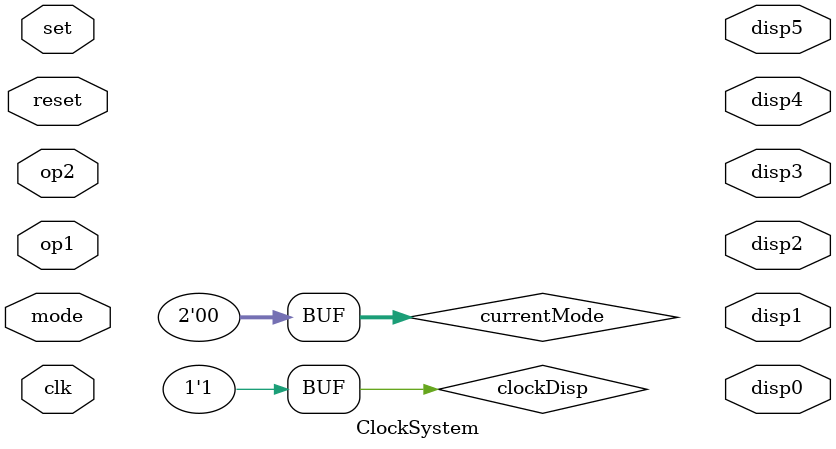
<source format=v>
`timescale 1ns / 1ps
module ClockSystem(
	input clk,
	input mode,
	input set,
	input op1,
	input op2,
	input reset,
	
	output reg [6:0] disp0,
	output reg [6:0] disp1,
	output reg [6:0] disp2,
	output reg [6:0] disp3,
	output reg [6:0] disp4,
	output reg [6:0] disp5
    );
	 
	 parameter N = 2'b00; // normal clock mode
	 parameter N12 = 1'b0; // normal clock 12 hours system
	 parameter N24 = 1'b1; // normal clock 24 hours system
	 parameter A = 2'b01; // alarm mode
	 parameter S = 2'b10; // stop watch mode
	 
	 reg [1:0] currentMode;
	 reg clockDisp; 
	 
	 initial begin
		currentMode <= N;
		clockDisp <= N24;
	 end
	 
	 
	 // for normal clock
	 wire w_isPM;
	 wire [4:0] w_hours;
	 wire [5:0] w_minutes;
	 wire [5:0] w_seconds;
	


	 always @ (posedge mode or posedge set or posedge op1 or posedge op2 or posedge reset) begin
		if (reset) begin
		
		end
		else begin
			if (mode) begin
			
			end
			else begin
				if (set) begin
				
				end
				else begin
					if (op1) begin
					
					end
					else begin
						if (op2) begin
						
						end
						else begin
						
						end
					end
				end
			end
		end
	 end

endmodule

</source>
